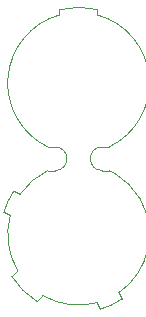
<source format=gbr>
%TF.GenerationSoftware,KiCad,Pcbnew,9.0.2*%
%TF.CreationDate,2025-07-17T19:08:18+01:00*%
%TF.ProjectId,led_jewellery,6c65645f-6a65-4776-956c-6c6572792e6b,rev?*%
%TF.SameCoordinates,Original*%
%TF.FileFunction,Profile,NP*%
%FSLAX46Y46*%
G04 Gerber Fmt 4.6, Leading zero omitted, Abs format (unit mm)*
G04 Created by KiCad (PCBNEW 9.0.2) date 2025-07-17 19:08:18*
%MOMM*%
%LPD*%
G01*
G04 APERTURE LIST*
%TA.AperFunction,Profile*%
%ADD10C,0.050000*%
%TD*%
G04 APERTURE END LIST*
D10*
X129662397Y-81742288D02*
X129662399Y-81742283D01*
X119560821Y-81393448D02*
G75*
G02*
X121884645Y-79400000I4939179J-3406552D01*
G01*
X127115338Y-79400000D02*
G75*
G02*
X127557712Y-79637604I-2615138J-5399500D01*
G01*
X129662397Y-81742288D02*
G75*
G02*
X127906549Y-89739167I-5162397J-3057712D01*
G01*
X118164809Y-82949230D02*
G75*
G02*
X119010045Y-81136615I6335191J-1850770D01*
G01*
X124500000Y-65573000D02*
G75*
G02*
X126095573Y-65774209I0J-6427000D01*
G01*
X120952656Y-90468665D02*
X121452745Y-89968576D01*
X126093938Y-90584405D02*
X126350773Y-91135186D01*
X118831189Y-88347491D02*
X119331421Y-87847259D01*
X122500000Y-77400000D02*
X121884661Y-77400000D01*
X127906549Y-89739166D02*
X128163385Y-90289954D01*
X122880439Y-65780406D02*
G75*
G02*
X124500000Y-65572997I1619561J-6219494D01*
G01*
X127557737Y-79637612D02*
G75*
G02*
X129662400Y-81742283I-3057737J-5162388D01*
G01*
X127100554Y-77400000D02*
X126500000Y-77400000D01*
X126093938Y-90584405D02*
G75*
G02*
X121452743Y-89968579I-1593938J5784405D01*
G01*
X120952656Y-90468665D02*
G75*
G02*
X118831360Y-88347384I3547344J5668665D01*
G01*
X126095571Y-66222715D02*
X126095573Y-65774209D01*
X122880439Y-66222717D02*
X122880439Y-65780407D01*
X118164809Y-82949230D02*
X118715593Y-83206065D01*
X127557717Y-79637601D02*
X127557715Y-79637600D01*
X119331421Y-87847259D02*
G75*
G02*
X118715593Y-83206065I5168579J3047259D01*
G01*
X122500000Y-79400000D02*
X121884645Y-79400000D01*
X121884661Y-77400000D02*
G75*
G02*
X122880439Y-66222715I2615339J5400000D01*
G01*
X128163385Y-90289954D02*
G75*
G02*
X126350773Y-91135187I-3663285J5489754D01*
G01*
X127115338Y-79400000D02*
X126500000Y-79400000D01*
X119010046Y-81136616D02*
X119560821Y-81393448D01*
X126095573Y-66222715D02*
G75*
G02*
X127100554Y-77400000I-1595573J-5777285D01*
G01*
%TO.C,mouse-bite-2mm-slot*%
X122500000Y-77400000D02*
G75*
G02*
X122500000Y-79400000I0J-1000000D01*
G01*
X126500000Y-79400000D02*
G75*
G02*
X126500000Y-77400000I0J1000000D01*
G01*
%TD*%
M02*

</source>
